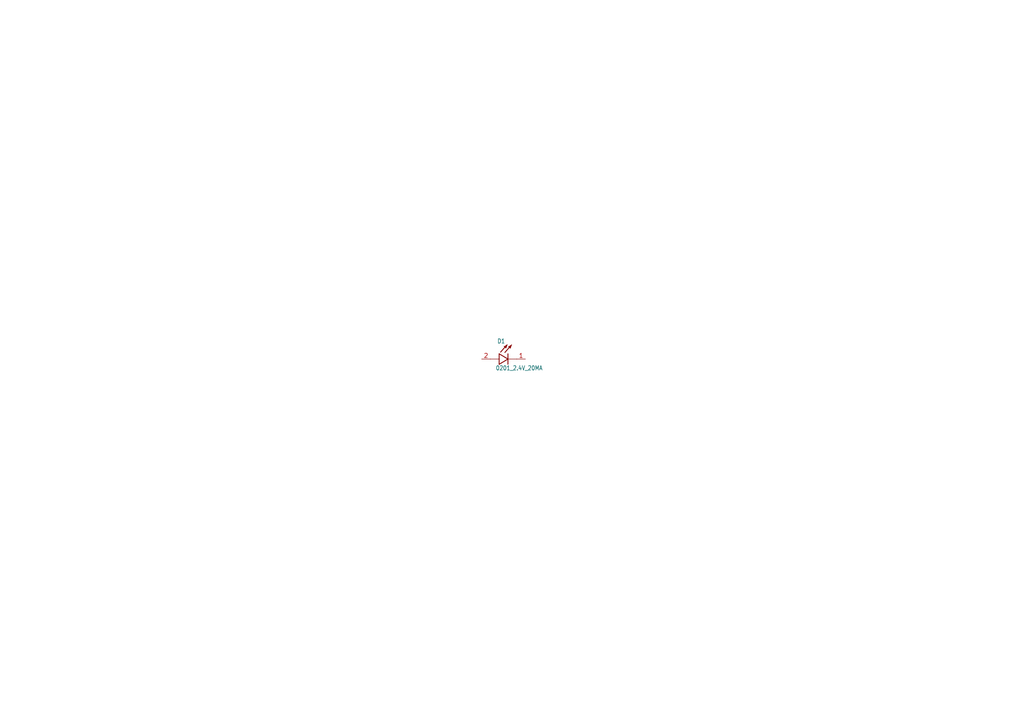
<source format=kicad_sch>
(kicad_sch (version 20231120) (generator "eeschema") (generator_version "8.0")
  (paper "A4")
  (lib_symbols
    (symbol "pre_schematic_v4-eagle-import:0201_2.4V_20MA"
      (property "Reference" "D" (at -3.0988 4.4958 0))
      (symbol "0201_2.4V_20MA_1_0"
        (polyline (pts (xy -2.54 -1.524) (xy 0 0)) (stroke (width 0.254)))
        (polyline (pts (xy -2.54 0) (xy -5.08 0)) (stroke (width 0.1524)))
        (polyline (pts (xy -2.54 0) (xy -2.54 -1.524)) (stroke (width 0.254)))
        (polyline (pts (xy -2.54 1.524) (xy -2.54 0)) (stroke (width 0.254)))
        (polyline (pts (xy -0.3556 4.0386) (xy -2.1336 2.0066)) (stroke (width 0.254)))
        (polyline (pts (xy 0 0) (xy -2.54 1.524)) (stroke (width 0.254)))
        (polyline (pts (xy 0 0) (xy 0 -1.524)) (stroke (width 0.254)))
        (polyline (pts (xy 0 1.524) (xy 0 0)) (stroke (width 0.254)))
        (polyline (pts (xy 0.889 3.937) (xy -0.889 1.905)) (stroke (width 0.254)))
        (polyline (pts (xy 2.54 0) (xy 0 0)) (stroke (width 0.1524)))
        (polyline (pts (xy 0.127 3.6195) (xy 0.6985 3.1115) (xy 1.0795 4.191)) (stroke (width 0.1524)) (fill (type outline)))
        (polyline (pts (xy -1.143 3.683) (xy -0.5715 3.175) (xy -0.1905 4.1909) (xy -0.1905 4.191)) (stroke (width 0.1524)) (fill (type outline)))
        (pin passive line (at 5.08 0 180) (length 2.54) (name "K") (number "1"))
        (pin passive line (at -7.62 0 0) (length 2.54) (name "A") (number "2"))
      )
    )
  )
  (symbol (lib_id "pre_schematic_v4-eagle-import:0201_2.4V_20MA") (at 147.32 104.14 0) (unit 1)
    (property "Reference" "D1" (at 144.2212 99.6442 0) (effects (font (size 1.27 1.0795)) (justify left bottom)))
    (property "Value" "0201_2.4V_20MA" (at 143.764 107.442 0) (effects (font (size 1.27 1.0795)) (justify left bottom)))
    (property "Footprint" "pre_schematic_v4:LED_APG0603CGC-TT" (effects (hide yes)))
  )
)
</source>
